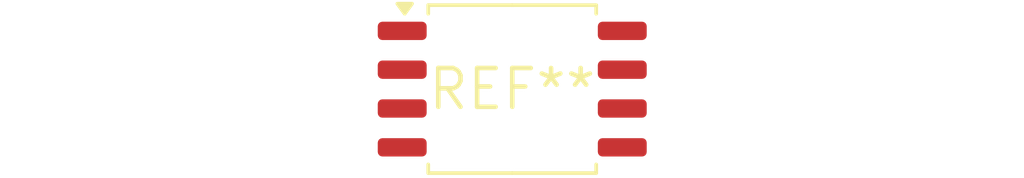
<source format=kicad_pcb>
(kicad_pcb (version 20240108) (generator pcbnew)
  (layers (0 "F.Cu" signal) (31 "B.Cu" signal) (34 "B.Paste" user) (35 "F.Paste" user) (36 "B.SilkS" user "B.Silkscreen") (37 "F.SilkS" user "F.Silkscreen") (38 "B.Mask" user) (39 "F.Mask" user) (44 "Edge.Cuts" user))
  (net 0 "")
  (footprint "SOIC-8_5.275x5.275mm_P1.27mm" (layer "F.Cu") (at 0 0)
    (property "Reference" "REF**")
    (property "Value" "SOIC-8_5.275x5.275mm_P1.27mm")
    (fp_line (start -2.7475 -2.7475) (end -2.7475 -2.465) (layer "F.SilkS") (stroke (width 0.12)))
    (fp_line (start -2.7475 2.7475) (end -2.7475 2.465) (layer "F.SilkS") (stroke (width 0.12)))
    (fp_line (start 0 -2.7475) (end -2.7475 -2.7475) (layer "F.SilkS") (stroke (width 0.12)))
    (fp_line (start 0 -2.7475) (end 2.7475 -2.7475) (layer "F.SilkS") (stroke (width 0.12)))
    (fp_line (start 0 2.7475) (end -2.7475 2.7475) (layer "F.SilkS") (stroke (width 0.12)))
    (fp_line (start 0 2.7475) (end 2.7475 2.7475) (layer "F.SilkS") (stroke (width 0.12)))
    (fp_line (start 2.7475 -2.7475) (end 2.7475 -2.465) (layer "F.SilkS") (stroke (width 0.12)))
    (fp_line (start 2.7475 2.7475) (end 2.7475 2.465) (layer "F.SilkS") (stroke (width 0.12)))
    (fp_poly (pts (xy -3.51875 -2.465) (xy -3.75875 -2.795) (xy -3.27875 -2.795) (xy -3.51875 -2.465)) (layer "F.SilkS") (stroke (width 0.12)) (fill solid))
    (pad "1" smd roundrect (at -3.6 -1.905) (size 1.6 0.6) (layers "F.Cu" "F.Paste" "F.Mask"))
    (pad "2" smd roundrect (at -3.6 -0.635) (size 1.6 0.6) (layers "F.Cu" "F.Paste" "F.Mask"))
    (pad "3" smd roundrect (at -3.6 0.635) (size 1.6 0.6) (layers "F.Cu" "F.Paste" "F.Mask"))
    (pad "4" smd roundrect (at -3.6 1.905) (size 1.6 0.6) (layers "F.Cu" "F.Paste" "F.Mask"))
    (pad "5" smd roundrect (at 3.6 1.905) (size 1.6 0.6) (layers "F.Cu" "F.Paste" "F.Mask"))
    (pad "6" smd roundrect (at 3.6 0.635) (size 1.6 0.6) (layers "F.Cu" "F.Paste" "F.Mask"))
    (pad "7" smd roundrect (at 3.6 -0.635) (size 1.6 0.6) (layers "F.Cu" "F.Paste" "F.Mask"))
    (pad "8" smd roundrect (at 3.6 -1.905) (size 1.6 0.6) (layers "F.Cu" "F.Paste" "F.Mask"))
  )
)
</source>
